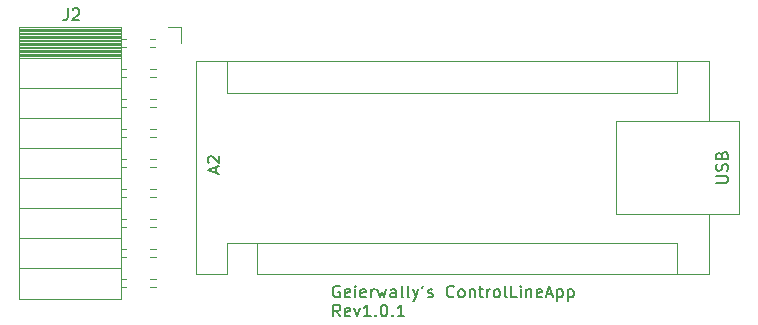
<source format=gbr>
%TF.GenerationSoftware,KiCad,Pcbnew,7.0.9*%
%TF.CreationDate,2023-12-31T16:38:04+01:00*%
%TF.ProjectId,ControlLineApp,436f6e74-726f-46c4-9c69-6e654170702e,1.0.1*%
%TF.SameCoordinates,Original*%
%TF.FileFunction,Legend,Top*%
%TF.FilePolarity,Positive*%
%FSLAX46Y46*%
G04 Gerber Fmt 4.6, Leading zero omitted, Abs format (unit mm)*
G04 Created by KiCad (PCBNEW 7.0.9) date 2023-12-31 16:38:04*
%MOMM*%
%LPD*%
G01*
G04 APERTURE LIST*
%ADD10C,0.150000*%
%ADD11C,0.120000*%
G04 APERTURE END LIST*
D10*
X133194588Y-110591438D02*
X133099350Y-110543819D01*
X133099350Y-110543819D02*
X132956493Y-110543819D01*
X132956493Y-110543819D02*
X132813636Y-110591438D01*
X132813636Y-110591438D02*
X132718398Y-110686676D01*
X132718398Y-110686676D02*
X132670779Y-110781914D01*
X132670779Y-110781914D02*
X132623160Y-110972390D01*
X132623160Y-110972390D02*
X132623160Y-111115247D01*
X132623160Y-111115247D02*
X132670779Y-111305723D01*
X132670779Y-111305723D02*
X132718398Y-111400961D01*
X132718398Y-111400961D02*
X132813636Y-111496200D01*
X132813636Y-111496200D02*
X132956493Y-111543819D01*
X132956493Y-111543819D02*
X133051731Y-111543819D01*
X133051731Y-111543819D02*
X133194588Y-111496200D01*
X133194588Y-111496200D02*
X133242207Y-111448580D01*
X133242207Y-111448580D02*
X133242207Y-111115247D01*
X133242207Y-111115247D02*
X133051731Y-111115247D01*
X134051731Y-111496200D02*
X133956493Y-111543819D01*
X133956493Y-111543819D02*
X133766017Y-111543819D01*
X133766017Y-111543819D02*
X133670779Y-111496200D01*
X133670779Y-111496200D02*
X133623160Y-111400961D01*
X133623160Y-111400961D02*
X133623160Y-111020009D01*
X133623160Y-111020009D02*
X133670779Y-110924771D01*
X133670779Y-110924771D02*
X133766017Y-110877152D01*
X133766017Y-110877152D02*
X133956493Y-110877152D01*
X133956493Y-110877152D02*
X134051731Y-110924771D01*
X134051731Y-110924771D02*
X134099350Y-111020009D01*
X134099350Y-111020009D02*
X134099350Y-111115247D01*
X134099350Y-111115247D02*
X133623160Y-111210485D01*
X134527922Y-111543819D02*
X134527922Y-110877152D01*
X134527922Y-110543819D02*
X134480303Y-110591438D01*
X134480303Y-110591438D02*
X134527922Y-110639057D01*
X134527922Y-110639057D02*
X134575541Y-110591438D01*
X134575541Y-110591438D02*
X134527922Y-110543819D01*
X134527922Y-110543819D02*
X134527922Y-110639057D01*
X135385064Y-111496200D02*
X135289826Y-111543819D01*
X135289826Y-111543819D02*
X135099350Y-111543819D01*
X135099350Y-111543819D02*
X135004112Y-111496200D01*
X135004112Y-111496200D02*
X134956493Y-111400961D01*
X134956493Y-111400961D02*
X134956493Y-111020009D01*
X134956493Y-111020009D02*
X135004112Y-110924771D01*
X135004112Y-110924771D02*
X135099350Y-110877152D01*
X135099350Y-110877152D02*
X135289826Y-110877152D01*
X135289826Y-110877152D02*
X135385064Y-110924771D01*
X135385064Y-110924771D02*
X135432683Y-111020009D01*
X135432683Y-111020009D02*
X135432683Y-111115247D01*
X135432683Y-111115247D02*
X134956493Y-111210485D01*
X135861255Y-111543819D02*
X135861255Y-110877152D01*
X135861255Y-111067628D02*
X135908874Y-110972390D01*
X135908874Y-110972390D02*
X135956493Y-110924771D01*
X135956493Y-110924771D02*
X136051731Y-110877152D01*
X136051731Y-110877152D02*
X136146969Y-110877152D01*
X136385065Y-110877152D02*
X136575541Y-111543819D01*
X136575541Y-111543819D02*
X136766017Y-111067628D01*
X136766017Y-111067628D02*
X136956493Y-111543819D01*
X136956493Y-111543819D02*
X137146969Y-110877152D01*
X137956493Y-111543819D02*
X137956493Y-111020009D01*
X137956493Y-111020009D02*
X137908874Y-110924771D01*
X137908874Y-110924771D02*
X137813636Y-110877152D01*
X137813636Y-110877152D02*
X137623160Y-110877152D01*
X137623160Y-110877152D02*
X137527922Y-110924771D01*
X137956493Y-111496200D02*
X137861255Y-111543819D01*
X137861255Y-111543819D02*
X137623160Y-111543819D01*
X137623160Y-111543819D02*
X137527922Y-111496200D01*
X137527922Y-111496200D02*
X137480303Y-111400961D01*
X137480303Y-111400961D02*
X137480303Y-111305723D01*
X137480303Y-111305723D02*
X137527922Y-111210485D01*
X137527922Y-111210485D02*
X137623160Y-111162866D01*
X137623160Y-111162866D02*
X137861255Y-111162866D01*
X137861255Y-111162866D02*
X137956493Y-111115247D01*
X138575541Y-111543819D02*
X138480303Y-111496200D01*
X138480303Y-111496200D02*
X138432684Y-111400961D01*
X138432684Y-111400961D02*
X138432684Y-110543819D01*
X139099351Y-111543819D02*
X139004113Y-111496200D01*
X139004113Y-111496200D02*
X138956494Y-111400961D01*
X138956494Y-111400961D02*
X138956494Y-110543819D01*
X139385066Y-110877152D02*
X139623161Y-111543819D01*
X139861256Y-110877152D02*
X139623161Y-111543819D01*
X139623161Y-111543819D02*
X139527923Y-111781914D01*
X139527923Y-111781914D02*
X139480304Y-111829533D01*
X139480304Y-111829533D02*
X139385066Y-111877152D01*
X140289828Y-110543819D02*
X140194590Y-110734295D01*
X140670780Y-111496200D02*
X140766018Y-111543819D01*
X140766018Y-111543819D02*
X140956494Y-111543819D01*
X140956494Y-111543819D02*
X141051732Y-111496200D01*
X141051732Y-111496200D02*
X141099351Y-111400961D01*
X141099351Y-111400961D02*
X141099351Y-111353342D01*
X141099351Y-111353342D02*
X141051732Y-111258104D01*
X141051732Y-111258104D02*
X140956494Y-111210485D01*
X140956494Y-111210485D02*
X140813637Y-111210485D01*
X140813637Y-111210485D02*
X140718399Y-111162866D01*
X140718399Y-111162866D02*
X140670780Y-111067628D01*
X140670780Y-111067628D02*
X140670780Y-111020009D01*
X140670780Y-111020009D02*
X140718399Y-110924771D01*
X140718399Y-110924771D02*
X140813637Y-110877152D01*
X140813637Y-110877152D02*
X140956494Y-110877152D01*
X140956494Y-110877152D02*
X141051732Y-110924771D01*
X142861256Y-111448580D02*
X142813637Y-111496200D01*
X142813637Y-111496200D02*
X142670780Y-111543819D01*
X142670780Y-111543819D02*
X142575542Y-111543819D01*
X142575542Y-111543819D02*
X142432685Y-111496200D01*
X142432685Y-111496200D02*
X142337447Y-111400961D01*
X142337447Y-111400961D02*
X142289828Y-111305723D01*
X142289828Y-111305723D02*
X142242209Y-111115247D01*
X142242209Y-111115247D02*
X142242209Y-110972390D01*
X142242209Y-110972390D02*
X142289828Y-110781914D01*
X142289828Y-110781914D02*
X142337447Y-110686676D01*
X142337447Y-110686676D02*
X142432685Y-110591438D01*
X142432685Y-110591438D02*
X142575542Y-110543819D01*
X142575542Y-110543819D02*
X142670780Y-110543819D01*
X142670780Y-110543819D02*
X142813637Y-110591438D01*
X142813637Y-110591438D02*
X142861256Y-110639057D01*
X143432685Y-111543819D02*
X143337447Y-111496200D01*
X143337447Y-111496200D02*
X143289828Y-111448580D01*
X143289828Y-111448580D02*
X143242209Y-111353342D01*
X143242209Y-111353342D02*
X143242209Y-111067628D01*
X143242209Y-111067628D02*
X143289828Y-110972390D01*
X143289828Y-110972390D02*
X143337447Y-110924771D01*
X143337447Y-110924771D02*
X143432685Y-110877152D01*
X143432685Y-110877152D02*
X143575542Y-110877152D01*
X143575542Y-110877152D02*
X143670780Y-110924771D01*
X143670780Y-110924771D02*
X143718399Y-110972390D01*
X143718399Y-110972390D02*
X143766018Y-111067628D01*
X143766018Y-111067628D02*
X143766018Y-111353342D01*
X143766018Y-111353342D02*
X143718399Y-111448580D01*
X143718399Y-111448580D02*
X143670780Y-111496200D01*
X143670780Y-111496200D02*
X143575542Y-111543819D01*
X143575542Y-111543819D02*
X143432685Y-111543819D01*
X144194590Y-110877152D02*
X144194590Y-111543819D01*
X144194590Y-110972390D02*
X144242209Y-110924771D01*
X144242209Y-110924771D02*
X144337447Y-110877152D01*
X144337447Y-110877152D02*
X144480304Y-110877152D01*
X144480304Y-110877152D02*
X144575542Y-110924771D01*
X144575542Y-110924771D02*
X144623161Y-111020009D01*
X144623161Y-111020009D02*
X144623161Y-111543819D01*
X144956495Y-110877152D02*
X145337447Y-110877152D01*
X145099352Y-110543819D02*
X145099352Y-111400961D01*
X145099352Y-111400961D02*
X145146971Y-111496200D01*
X145146971Y-111496200D02*
X145242209Y-111543819D01*
X145242209Y-111543819D02*
X145337447Y-111543819D01*
X145670781Y-111543819D02*
X145670781Y-110877152D01*
X145670781Y-111067628D02*
X145718400Y-110972390D01*
X145718400Y-110972390D02*
X145766019Y-110924771D01*
X145766019Y-110924771D02*
X145861257Y-110877152D01*
X145861257Y-110877152D02*
X145956495Y-110877152D01*
X146432686Y-111543819D02*
X146337448Y-111496200D01*
X146337448Y-111496200D02*
X146289829Y-111448580D01*
X146289829Y-111448580D02*
X146242210Y-111353342D01*
X146242210Y-111353342D02*
X146242210Y-111067628D01*
X146242210Y-111067628D02*
X146289829Y-110972390D01*
X146289829Y-110972390D02*
X146337448Y-110924771D01*
X146337448Y-110924771D02*
X146432686Y-110877152D01*
X146432686Y-110877152D02*
X146575543Y-110877152D01*
X146575543Y-110877152D02*
X146670781Y-110924771D01*
X146670781Y-110924771D02*
X146718400Y-110972390D01*
X146718400Y-110972390D02*
X146766019Y-111067628D01*
X146766019Y-111067628D02*
X146766019Y-111353342D01*
X146766019Y-111353342D02*
X146718400Y-111448580D01*
X146718400Y-111448580D02*
X146670781Y-111496200D01*
X146670781Y-111496200D02*
X146575543Y-111543819D01*
X146575543Y-111543819D02*
X146432686Y-111543819D01*
X147337448Y-111543819D02*
X147242210Y-111496200D01*
X147242210Y-111496200D02*
X147194591Y-111400961D01*
X147194591Y-111400961D02*
X147194591Y-110543819D01*
X148194591Y-111543819D02*
X147718401Y-111543819D01*
X147718401Y-111543819D02*
X147718401Y-110543819D01*
X148527925Y-111543819D02*
X148527925Y-110877152D01*
X148527925Y-110543819D02*
X148480306Y-110591438D01*
X148480306Y-110591438D02*
X148527925Y-110639057D01*
X148527925Y-110639057D02*
X148575544Y-110591438D01*
X148575544Y-110591438D02*
X148527925Y-110543819D01*
X148527925Y-110543819D02*
X148527925Y-110639057D01*
X149004115Y-110877152D02*
X149004115Y-111543819D01*
X149004115Y-110972390D02*
X149051734Y-110924771D01*
X149051734Y-110924771D02*
X149146972Y-110877152D01*
X149146972Y-110877152D02*
X149289829Y-110877152D01*
X149289829Y-110877152D02*
X149385067Y-110924771D01*
X149385067Y-110924771D02*
X149432686Y-111020009D01*
X149432686Y-111020009D02*
X149432686Y-111543819D01*
X150289829Y-111496200D02*
X150194591Y-111543819D01*
X150194591Y-111543819D02*
X150004115Y-111543819D01*
X150004115Y-111543819D02*
X149908877Y-111496200D01*
X149908877Y-111496200D02*
X149861258Y-111400961D01*
X149861258Y-111400961D02*
X149861258Y-111020009D01*
X149861258Y-111020009D02*
X149908877Y-110924771D01*
X149908877Y-110924771D02*
X150004115Y-110877152D01*
X150004115Y-110877152D02*
X150194591Y-110877152D01*
X150194591Y-110877152D02*
X150289829Y-110924771D01*
X150289829Y-110924771D02*
X150337448Y-111020009D01*
X150337448Y-111020009D02*
X150337448Y-111115247D01*
X150337448Y-111115247D02*
X149861258Y-111210485D01*
X150718401Y-111258104D02*
X151194591Y-111258104D01*
X150623163Y-111543819D02*
X150956496Y-110543819D01*
X150956496Y-110543819D02*
X151289829Y-111543819D01*
X151623163Y-110877152D02*
X151623163Y-111877152D01*
X151623163Y-110924771D02*
X151718401Y-110877152D01*
X151718401Y-110877152D02*
X151908877Y-110877152D01*
X151908877Y-110877152D02*
X152004115Y-110924771D01*
X152004115Y-110924771D02*
X152051734Y-110972390D01*
X152051734Y-110972390D02*
X152099353Y-111067628D01*
X152099353Y-111067628D02*
X152099353Y-111353342D01*
X152099353Y-111353342D02*
X152051734Y-111448580D01*
X152051734Y-111448580D02*
X152004115Y-111496200D01*
X152004115Y-111496200D02*
X151908877Y-111543819D01*
X151908877Y-111543819D02*
X151718401Y-111543819D01*
X151718401Y-111543819D02*
X151623163Y-111496200D01*
X152527925Y-110877152D02*
X152527925Y-111877152D01*
X152527925Y-110924771D02*
X152623163Y-110877152D01*
X152623163Y-110877152D02*
X152813639Y-110877152D01*
X152813639Y-110877152D02*
X152908877Y-110924771D01*
X152908877Y-110924771D02*
X152956496Y-110972390D01*
X152956496Y-110972390D02*
X153004115Y-111067628D01*
X153004115Y-111067628D02*
X153004115Y-111353342D01*
X153004115Y-111353342D02*
X152956496Y-111448580D01*
X152956496Y-111448580D02*
X152908877Y-111496200D01*
X152908877Y-111496200D02*
X152813639Y-111543819D01*
X152813639Y-111543819D02*
X152623163Y-111543819D01*
X152623163Y-111543819D02*
X152527925Y-111496200D01*
X133242207Y-113153819D02*
X132908874Y-112677628D01*
X132670779Y-113153819D02*
X132670779Y-112153819D01*
X132670779Y-112153819D02*
X133051731Y-112153819D01*
X133051731Y-112153819D02*
X133146969Y-112201438D01*
X133146969Y-112201438D02*
X133194588Y-112249057D01*
X133194588Y-112249057D02*
X133242207Y-112344295D01*
X133242207Y-112344295D02*
X133242207Y-112487152D01*
X133242207Y-112487152D02*
X133194588Y-112582390D01*
X133194588Y-112582390D02*
X133146969Y-112630009D01*
X133146969Y-112630009D02*
X133051731Y-112677628D01*
X133051731Y-112677628D02*
X132670779Y-112677628D01*
X134051731Y-113106200D02*
X133956493Y-113153819D01*
X133956493Y-113153819D02*
X133766017Y-113153819D01*
X133766017Y-113153819D02*
X133670779Y-113106200D01*
X133670779Y-113106200D02*
X133623160Y-113010961D01*
X133623160Y-113010961D02*
X133623160Y-112630009D01*
X133623160Y-112630009D02*
X133670779Y-112534771D01*
X133670779Y-112534771D02*
X133766017Y-112487152D01*
X133766017Y-112487152D02*
X133956493Y-112487152D01*
X133956493Y-112487152D02*
X134051731Y-112534771D01*
X134051731Y-112534771D02*
X134099350Y-112630009D01*
X134099350Y-112630009D02*
X134099350Y-112725247D01*
X134099350Y-112725247D02*
X133623160Y-112820485D01*
X134432684Y-112487152D02*
X134670779Y-113153819D01*
X134670779Y-113153819D02*
X134908874Y-112487152D01*
X135813636Y-113153819D02*
X135242208Y-113153819D01*
X135527922Y-113153819D02*
X135527922Y-112153819D01*
X135527922Y-112153819D02*
X135432684Y-112296676D01*
X135432684Y-112296676D02*
X135337446Y-112391914D01*
X135337446Y-112391914D02*
X135242208Y-112439533D01*
X136242208Y-113058580D02*
X136289827Y-113106200D01*
X136289827Y-113106200D02*
X136242208Y-113153819D01*
X136242208Y-113153819D02*
X136194589Y-113106200D01*
X136194589Y-113106200D02*
X136242208Y-113058580D01*
X136242208Y-113058580D02*
X136242208Y-113153819D01*
X136908874Y-112153819D02*
X137004112Y-112153819D01*
X137004112Y-112153819D02*
X137099350Y-112201438D01*
X137099350Y-112201438D02*
X137146969Y-112249057D01*
X137146969Y-112249057D02*
X137194588Y-112344295D01*
X137194588Y-112344295D02*
X137242207Y-112534771D01*
X137242207Y-112534771D02*
X137242207Y-112772866D01*
X137242207Y-112772866D02*
X137194588Y-112963342D01*
X137194588Y-112963342D02*
X137146969Y-113058580D01*
X137146969Y-113058580D02*
X137099350Y-113106200D01*
X137099350Y-113106200D02*
X137004112Y-113153819D01*
X137004112Y-113153819D02*
X136908874Y-113153819D01*
X136908874Y-113153819D02*
X136813636Y-113106200D01*
X136813636Y-113106200D02*
X136766017Y-113058580D01*
X136766017Y-113058580D02*
X136718398Y-112963342D01*
X136718398Y-112963342D02*
X136670779Y-112772866D01*
X136670779Y-112772866D02*
X136670779Y-112534771D01*
X136670779Y-112534771D02*
X136718398Y-112344295D01*
X136718398Y-112344295D02*
X136766017Y-112249057D01*
X136766017Y-112249057D02*
X136813636Y-112201438D01*
X136813636Y-112201438D02*
X136908874Y-112153819D01*
X137670779Y-113058580D02*
X137718398Y-113106200D01*
X137718398Y-113106200D02*
X137670779Y-113153819D01*
X137670779Y-113153819D02*
X137623160Y-113106200D01*
X137623160Y-113106200D02*
X137670779Y-113058580D01*
X137670779Y-113058580D02*
X137670779Y-113153819D01*
X138670778Y-113153819D02*
X138099350Y-113153819D01*
X138385064Y-113153819D02*
X138385064Y-112153819D01*
X138385064Y-112153819D02*
X138289826Y-112296676D01*
X138289826Y-112296676D02*
X138194588Y-112391914D01*
X138194588Y-112391914D02*
X138099350Y-112439533D01*
X122725104Y-101008285D02*
X122725104Y-100532095D01*
X123010819Y-101103523D02*
X122010819Y-100770190D01*
X122010819Y-100770190D02*
X123010819Y-100436857D01*
X122106057Y-100151142D02*
X122058438Y-100103523D01*
X122058438Y-100103523D02*
X122010819Y-100008285D01*
X122010819Y-100008285D02*
X122010819Y-99770190D01*
X122010819Y-99770190D02*
X122058438Y-99674952D01*
X122058438Y-99674952D02*
X122106057Y-99627333D01*
X122106057Y-99627333D02*
X122201295Y-99579714D01*
X122201295Y-99579714D02*
X122296533Y-99579714D01*
X122296533Y-99579714D02*
X122439390Y-99627333D01*
X122439390Y-99627333D02*
X123010819Y-100198761D01*
X123010819Y-100198761D02*
X123010819Y-99579714D01*
X165062819Y-101845904D02*
X165872342Y-101845904D01*
X165872342Y-101845904D02*
X165967580Y-101798285D01*
X165967580Y-101798285D02*
X166015200Y-101750666D01*
X166015200Y-101750666D02*
X166062819Y-101655428D01*
X166062819Y-101655428D02*
X166062819Y-101464952D01*
X166062819Y-101464952D02*
X166015200Y-101369714D01*
X166015200Y-101369714D02*
X165967580Y-101322095D01*
X165967580Y-101322095D02*
X165872342Y-101274476D01*
X165872342Y-101274476D02*
X165062819Y-101274476D01*
X166015200Y-100845904D02*
X166062819Y-100703047D01*
X166062819Y-100703047D02*
X166062819Y-100464952D01*
X166062819Y-100464952D02*
X166015200Y-100369714D01*
X166015200Y-100369714D02*
X165967580Y-100322095D01*
X165967580Y-100322095D02*
X165872342Y-100274476D01*
X165872342Y-100274476D02*
X165777104Y-100274476D01*
X165777104Y-100274476D02*
X165681866Y-100322095D01*
X165681866Y-100322095D02*
X165634247Y-100369714D01*
X165634247Y-100369714D02*
X165586628Y-100464952D01*
X165586628Y-100464952D02*
X165539009Y-100655428D01*
X165539009Y-100655428D02*
X165491390Y-100750666D01*
X165491390Y-100750666D02*
X165443771Y-100798285D01*
X165443771Y-100798285D02*
X165348533Y-100845904D01*
X165348533Y-100845904D02*
X165253295Y-100845904D01*
X165253295Y-100845904D02*
X165158057Y-100798285D01*
X165158057Y-100798285D02*
X165110438Y-100750666D01*
X165110438Y-100750666D02*
X165062819Y-100655428D01*
X165062819Y-100655428D02*
X165062819Y-100417333D01*
X165062819Y-100417333D02*
X165110438Y-100274476D01*
X165539009Y-99512571D02*
X165586628Y-99369714D01*
X165586628Y-99369714D02*
X165634247Y-99322095D01*
X165634247Y-99322095D02*
X165729485Y-99274476D01*
X165729485Y-99274476D02*
X165872342Y-99274476D01*
X165872342Y-99274476D02*
X165967580Y-99322095D01*
X165967580Y-99322095D02*
X166015200Y-99369714D01*
X166015200Y-99369714D02*
X166062819Y-99464952D01*
X166062819Y-99464952D02*
X166062819Y-99845904D01*
X166062819Y-99845904D02*
X165062819Y-99845904D01*
X165062819Y-99845904D02*
X165062819Y-99512571D01*
X165062819Y-99512571D02*
X165110438Y-99417333D01*
X165110438Y-99417333D02*
X165158057Y-99369714D01*
X165158057Y-99369714D02*
X165253295Y-99322095D01*
X165253295Y-99322095D02*
X165348533Y-99322095D01*
X165348533Y-99322095D02*
X165443771Y-99369714D01*
X165443771Y-99369714D02*
X165491390Y-99417333D01*
X165491390Y-99417333D02*
X165539009Y-99512571D01*
X165539009Y-99512571D02*
X165539009Y-99845904D01*
X110156666Y-87084819D02*
X110156666Y-87799104D01*
X110156666Y-87799104D02*
X110109047Y-87941961D01*
X110109047Y-87941961D02*
X110013809Y-88037200D01*
X110013809Y-88037200D02*
X109870952Y-88084819D01*
X109870952Y-88084819D02*
X109775714Y-88084819D01*
X110585238Y-87180057D02*
X110632857Y-87132438D01*
X110632857Y-87132438D02*
X110728095Y-87084819D01*
X110728095Y-87084819D02*
X110966190Y-87084819D01*
X110966190Y-87084819D02*
X111061428Y-87132438D01*
X111061428Y-87132438D02*
X111109047Y-87180057D01*
X111109047Y-87180057D02*
X111156666Y-87275295D01*
X111156666Y-87275295D02*
X111156666Y-87370533D01*
X111156666Y-87370533D02*
X111109047Y-87513390D01*
X111109047Y-87513390D02*
X110537619Y-88084819D01*
X110537619Y-88084819D02*
X111156666Y-88084819D01*
D11*
%TO.C,A2*%
X121028000Y-109604000D02*
X123698000Y-109604000D01*
X126238000Y-109604000D02*
X164468000Y-109604000D01*
X164468000Y-109604000D02*
X164468000Y-104524000D01*
X123698000Y-106934000D02*
X123698000Y-109604000D01*
X126238000Y-106934000D02*
X126238000Y-109604000D01*
X126238000Y-106934000D02*
X123698000Y-106934000D01*
X126238000Y-106934000D02*
X161798000Y-106934000D01*
X161798000Y-106934000D02*
X161798000Y-109604000D01*
X156588000Y-104524000D02*
X156588000Y-96644000D01*
X167008000Y-104524000D02*
X156588000Y-104524000D01*
X156588000Y-96644000D02*
X167008000Y-96644000D01*
X167008000Y-96644000D02*
X167008000Y-104524000D01*
X123698000Y-94234000D02*
X161798000Y-94234000D01*
X123698000Y-94234000D02*
X123698000Y-91564000D01*
X161798000Y-94234000D02*
X161798000Y-91564000D01*
X121028000Y-91564000D02*
X121028000Y-109604000D01*
X164468000Y-91564000D02*
X164468000Y-96644000D01*
X164468000Y-91564000D02*
X121028000Y-91564000D01*
%TO.C,J2*%
X106025000Y-88670000D02*
X106025000Y-111650000D01*
X106025000Y-88670000D02*
X114655000Y-88670000D01*
X106025000Y-88790000D02*
X114655000Y-88790000D01*
X106025000Y-88908095D02*
X114655000Y-88908095D01*
X106025000Y-89026190D02*
X114655000Y-89026190D01*
X106025000Y-89144285D02*
X114655000Y-89144285D01*
X106025000Y-89262380D02*
X114655000Y-89262380D01*
X106025000Y-89380475D02*
X114655000Y-89380475D01*
X106025000Y-89498570D02*
X114655000Y-89498570D01*
X106025000Y-89616665D02*
X114655000Y-89616665D01*
X106025000Y-89734760D02*
X114655000Y-89734760D01*
X106025000Y-89852855D02*
X114655000Y-89852855D01*
X106025000Y-89970950D02*
X114655000Y-89970950D01*
X106025000Y-90089045D02*
X114655000Y-90089045D01*
X106025000Y-90207140D02*
X114655000Y-90207140D01*
X106025000Y-90325235D02*
X114655000Y-90325235D01*
X106025000Y-90443330D02*
X114655000Y-90443330D01*
X106025000Y-90561425D02*
X114655000Y-90561425D01*
X106025000Y-90679520D02*
X114655000Y-90679520D01*
X106025000Y-90797615D02*
X114655000Y-90797615D01*
X106025000Y-90915710D02*
X114655000Y-90915710D01*
X106025000Y-91033805D02*
X114655000Y-91033805D01*
X106025000Y-91151900D02*
X114655000Y-91151900D01*
X106025000Y-91270000D02*
X114655000Y-91270000D01*
X106025000Y-93810000D02*
X114655000Y-93810000D01*
X106025000Y-96350000D02*
X114655000Y-96350000D01*
X106025000Y-98890000D02*
X114655000Y-98890000D01*
X106025000Y-101430000D02*
X114655000Y-101430000D01*
X106025000Y-103970000D02*
X114655000Y-103970000D01*
X106025000Y-106510000D02*
X114655000Y-106510000D01*
X106025000Y-109050000D02*
X114655000Y-109050000D01*
X106025000Y-111650000D02*
X114655000Y-111650000D01*
X114655000Y-88670000D02*
X114655000Y-111650000D01*
X114655000Y-89640000D02*
X115065000Y-89640000D01*
X114655000Y-90360000D02*
X115065000Y-90360000D01*
X114655000Y-92180000D02*
X115065000Y-92180000D01*
X114655000Y-92900000D02*
X115065000Y-92900000D01*
X114655000Y-94720000D02*
X115065000Y-94720000D01*
X114655000Y-95440000D02*
X115065000Y-95440000D01*
X114655000Y-97260000D02*
X115065000Y-97260000D01*
X114655000Y-97980000D02*
X115065000Y-97980000D01*
X114655000Y-99800000D02*
X115065000Y-99800000D01*
X114655000Y-100520000D02*
X115065000Y-100520000D01*
X114655000Y-102340000D02*
X115065000Y-102340000D01*
X114655000Y-103060000D02*
X115065000Y-103060000D01*
X114655000Y-104880000D02*
X115065000Y-104880000D01*
X114655000Y-105600000D02*
X115065000Y-105600000D01*
X114655000Y-107420000D02*
X115065000Y-107420000D01*
X114655000Y-108140000D02*
X115065000Y-108140000D01*
X114655000Y-109960000D02*
X115065000Y-109960000D01*
X114655000Y-110680000D02*
X115065000Y-110680000D01*
X117165000Y-89640000D02*
X117545000Y-89640000D01*
X117165000Y-90360000D02*
X117545000Y-90360000D01*
X117165000Y-92180000D02*
X117605000Y-92180000D01*
X117165000Y-92900000D02*
X117605000Y-92900000D01*
X117165000Y-94720000D02*
X117605000Y-94720000D01*
X117165000Y-95440000D02*
X117605000Y-95440000D01*
X117165000Y-97260000D02*
X117605000Y-97260000D01*
X117165000Y-97980000D02*
X117605000Y-97980000D01*
X117165000Y-99800000D02*
X117605000Y-99800000D01*
X117165000Y-100520000D02*
X117605000Y-100520000D01*
X117165000Y-102340000D02*
X117605000Y-102340000D01*
X117165000Y-103060000D02*
X117605000Y-103060000D01*
X117165000Y-104880000D02*
X117605000Y-104880000D01*
X117165000Y-105600000D02*
X117605000Y-105600000D01*
X117165000Y-107420000D02*
X117605000Y-107420000D01*
X117165000Y-108140000D02*
X117605000Y-108140000D01*
X117165000Y-109960000D02*
X117605000Y-109960000D01*
X117165000Y-110680000D02*
X117605000Y-110680000D01*
X118655000Y-88670000D02*
X119765000Y-88670000D01*
X119765000Y-88670000D02*
X119765000Y-90000000D01*
%TD*%
M02*

</source>
